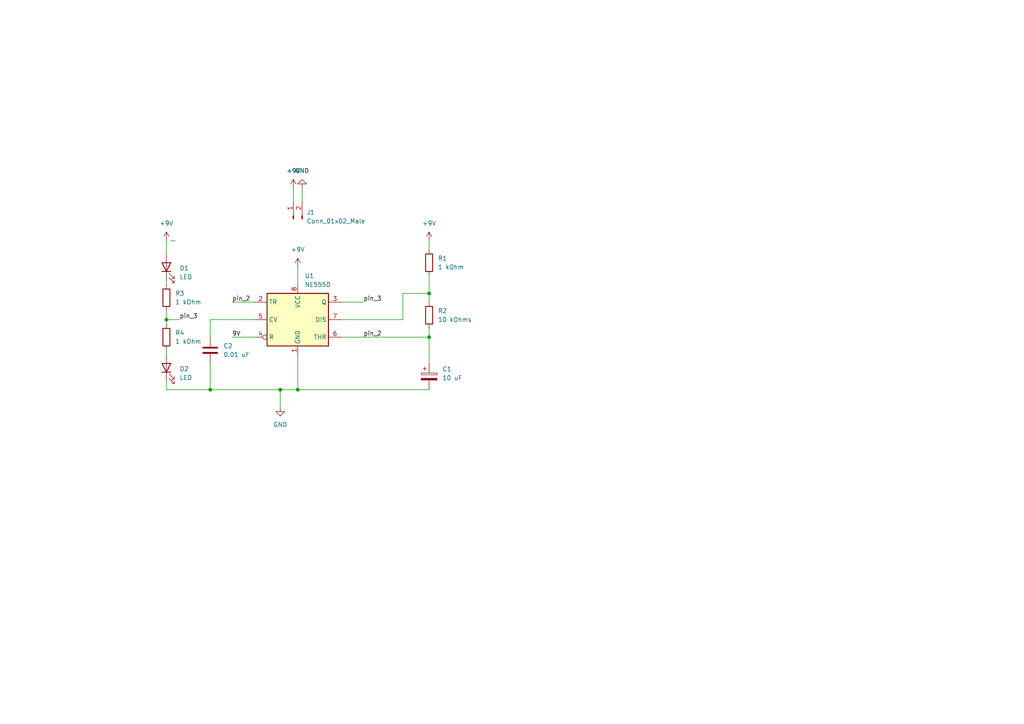
<source format=kicad_sch>
(kicad_sch (version 20211123) (generator eeschema)
  (paper "A4")
  (lib_symbols
    (symbol "Connector:Conn_01x02_Male" (pin_names (offset 1.016) hide)
      (property "Reference" "J" (at 0 2.54 0))
      (property "Value" "Conn_01x02_Male" (at 0 -5.08 0))
      (symbol "Conn_01x02_Male_1_1"
        (polyline (pts (xy 1.27 -2.54) (xy 0.8636 -2.54)) (stroke (width 0.1524)))
        (polyline (pts (xy 1.27 0) (xy 0.8636 0)) (stroke (width 0.1524)))
        (rectangle (start 0.8636 -2.413) (end 0 -2.667) (stroke (width 0.1524)) (fill (type outline)))
        (rectangle (start 0.8636 0.127) (end 0 -0.127) (stroke (width 0.1524)) (fill (type outline)))
        (pin passive line (at 5.08 0 180) (length 3.81) (name "Pin_1") (number "1"))
        (pin passive line (at 5.08 -2.54 180) (length 3.81) (name "Pin_2") (number "2"))
      )
    )
    (symbol "Device:C" (pin_numbers hide) (pin_names (offset 0.254))
      (property "Reference" "C" (at 0.635 2.54 0))
      (property "Value" "C" (at 0.635 -2.54 0))
      (symbol "C_0_1"
        (polyline (pts (xy -2.032 -0.762) (xy 2.032 -0.762)) (stroke (width 0.508)))
        (polyline (pts (xy -2.032 0.762) (xy 2.032 0.762)) (stroke (width 0.508)))
      )
      (symbol "C_1_1"
        (pin passive line (at 0 3.81 270) (length 2.794) (name "~") (number "1"))
        (pin passive line (at 0 -3.81 90) (length 2.794) (name "~") (number "2"))
      )
    )
    (symbol "Device:C_Polarized" (pin_numbers hide) (pin_names (offset 0.254))
      (property "Reference" "C" (at 0.635 2.54 0))
      (property "Value" "C_Polarized" (at 0.635 -2.54 0))
      (symbol "C_Polarized_0_1"
        (rectangle (start -2.286 0.508) (end 2.286 1.016))
        (polyline (pts (xy -1.778 2.286) (xy -0.762 2.286)))
        (polyline (pts (xy -1.27 2.794) (xy -1.27 1.778)))
        (rectangle (start 2.286 -0.508) (end -2.286 -1.016) (fill (type outline)))
      )
      (symbol "C_Polarized_1_1"
        (pin passive line (at 0 3.81 270) (length 2.794) (name "~") (number "1"))
        (pin passive line (at 0 -3.81 90) (length 2.794) (name "~") (number "2"))
      )
    )
    (symbol "Device:LED" (pin_numbers hide) (pin_names (offset 1.016) hide)
      (property "Reference" "D" (at 0 2.54 0))
      (property "Value" "LED" (at 0 -2.54 0))
      (symbol "LED_0_1"
        (polyline (pts (xy -1.27 -1.27) (xy -1.27 1.27)) (stroke (width 0.254)))
        (polyline (pts (xy -1.27 0) (xy 1.27 0)))
        (polyline (pts (xy 1.27 -1.27) (xy 1.27 1.27) (xy -1.27 0) (xy 1.27 -1.27)) (stroke (width 0.254)))
        (polyline (pts (xy -3.048 -0.762) (xy -4.572 -2.286) (xy -3.81 -2.286) (xy -4.572 -2.286) (xy -4.572 -1.524)))
        (polyline (pts (xy -1.778 -0.762) (xy -3.302 -2.286) (xy -2.54 -2.286) (xy -3.302 -2.286) (xy -3.302 -1.524)))
      )
      (symbol "LED_1_1"
        (pin passive line (at -3.81 0 0) (length 2.54) (name "K") (number "1"))
        (pin passive line (at 3.81 0 180) (length 2.54) (name "A") (number "2"))
      )
    )
    (symbol "Device:R" (pin_numbers hide) (pin_names (offset 0))
      (property "Reference" "R" (at 2.032 0 90))
      (property "Value" "R" (at 0 0 90))
      (symbol "R_0_1"
        (rectangle (start -1.016 -2.54) (end 1.016 2.54) (stroke (width 0.254)))
      )
      (symbol "R_1_1"
        (pin passive line (at 0 3.81 270) (length 1.27) (name "~") (number "1"))
        (pin passive line (at 0 -3.81 90) (length 1.27) (name "~") (number "2"))
      )
    )
    (symbol "Timer:NE555D"
      (property "Reference" "U" (at -10.16 8.89 0))
      (property "Value" "NE555D" (at 2.54 8.89 0))
      (symbol "NE555D_0_0"
        (pin power_in line (at 0 -10.16 90) (length 2.54) (name "GND") (number "1"))
        (pin power_in line (at 0 10.16 270) (length 2.54) (name "VCC") (number "8"))
      )
      (symbol "NE555D_0_1"
        (rectangle (start -8.89 -7.62) (end 8.89 7.62) (stroke (width 0.254)) (fill (type background)))
        (rectangle (start -8.89 -7.62) (end 8.89 7.62) (stroke (width 0.254)) (fill (type background)))
      )
      (symbol "NE555D_1_1"
        (pin input line (at -12.7 5.08 0) (length 3.81) (name "TR") (number "2"))
        (pin output line (at 12.7 5.08 180) (length 3.81) (name "Q") (number "3"))
        (pin input inverted (at -12.7 -5.08 0) (length 3.81) (name "R") (number "4"))
        (pin input line (at -12.7 0 0) (length 3.81) (name "CV") (number "5"))
        (pin input line (at 12.7 -5.08 180) (length 3.81) (name "THR") (number "6"))
        (pin input line (at 12.7 0 180) (length 3.81) (name "DIS") (number "7"))
      )
    )
    (symbol "power:+9V" (power) (pin_names (offset 0))
      (property "Value" "+9V" (at 0 3.556 0))
      (symbol "+9V_0_1"
        (polyline (pts (xy -0.762 1.27) (xy 0 2.54)))
        (polyline (pts (xy 0 0) (xy 0 2.54)))
        (polyline (pts (xy 0 2.54) (xy 0.762 1.27)))
      )
      (symbol "+9V_1_1"
        (pin power_in line (at 0 0 90) (length 0) hide (name "+9V") (number "1"))
      )
    )
    (symbol "power:GND" (power) (pin_names (offset 0))
      (property "Value" "GND" (at 0 -3.81 0))
      (symbol "GND_0_1"
        (polyline (pts (xy 0 0) (xy 0 -1.27) (xy 1.27 -1.27) (xy 0 -2.54) (xy -1.27 -1.27) (xy 0 -1.27)))
      )
      (symbol "GND_1_1"
        (pin power_in line (at 0 0 270) (length 0) hide (name "GND") (number "1"))
      )
    )
  )
  (junction (at 124.46 85.09))
  (junction (at 86.36 113.03))
  (junction (at 124.46 97.79))
  (junction (at 81.28 113.03))
  (junction (at 60.96 113.03))
  (junction (at 48.26 92.71))
  (wire (pts (xy 49.53 69.85) (xy 50.8 69.85)))
  (wire (pts (xy 48.26 92.71) (xy 48.26 93.98)))
  (wire (pts (xy 124.46 97.79) (xy 124.46 105.41)))
  (wire (pts (xy 86.36 113.03) (xy 124.46 113.03)))
  (wire (pts (xy 60.96 105.41) (xy 60.96 113.03)))
  (wire (pts (xy 86.36 102.87) (xy 86.36 113.03)))
  (wire (pts (xy 48.26 92.71) (xy 52.07 92.71)))
  (wire (pts (xy 116.84 92.71) (xy 116.84 85.09)))
  (wire (pts (xy 67.31 97.79) (xy 73.66 97.79)))
  (wire (pts (xy 48.26 113.03) (xy 60.96 113.03)))
  (wire (pts (xy 116.84 85.09) (xy 124.46 85.09)))
  (wire (pts (xy 67.31 87.63) (xy 73.66 87.63)))
  (wire (pts (xy 48.26 90.17) (xy 48.26 92.71)))
  (wire (pts (xy 85.09 54.61) (xy 85.09 58.42)))
  (wire (pts (xy 99.06 97.79) (xy 124.46 97.79)))
  (wire (pts (xy 81.28 113.03) (xy 86.36 113.03)))
  (wire (pts (xy 48.26 69.85) (xy 48.26 73.66)))
  (wire (pts (xy 48.26 110.49) (xy 48.26 113.03)))
  (wire (pts (xy 48.26 81.28) (xy 48.26 82.55)))
  (wire (pts (xy 60.96 113.03) (xy 81.28 113.03)))
  (wire (pts (xy 124.46 80.01) (xy 124.46 85.09)))
  (wire (pts (xy 99.06 92.71) (xy 116.84 92.71)))
  (wire (pts (xy 87.63 54.61) (xy 87.63 58.42)))
  (wire (pts (xy 81.28 113.03) (xy 81.28 118.11)))
  (wire (pts (xy 60.96 92.71) (xy 73.66 92.71)))
  (wire (pts (xy 60.96 97.79) (xy 60.96 92.71)))
  (wire (pts (xy 99.06 87.63) (xy 105.41 87.63)))
  (wire (pts (xy 48.26 101.6) (xy 48.26 102.87)))
  (wire (pts (xy 124.46 85.09) (xy 124.46 87.63)))
  (wire (pts (xy 124.46 95.25) (xy 124.46 97.79)))
  (wire (pts (xy 124.46 69.85) (xy 124.46 72.39)))
  (wire (pts (xy 86.36 77.47) (xy 86.36 82.55)))
  (label "pin_2" (at 67.31 87.63 0))
  (label "pin_2" (at 105.41 97.79 0))
  (label "9V" (at 67.31 97.79 0))
  (label "pin_3" (at 52.07 92.71 0))
  (label "pin_3" (at 105.41 87.63 0))
  (symbol (lib_id "Timer:NE555D") (at 86.36 92.71 0) (unit 1)
    (property "Reference" "U1" (at 88.3794 80.01 0) (effects (justify left)))
    (property "Value" "NE555D" (at 88.3794 82.55 0) (effects (justify left)))
    (property "Footprint" "Package_SO:SOIC-8_3.9x4.9mm_P1.27mm" (effects hide))
    (property "Datasheet" "http://www.ti.com/lit/ds/symlink/ne555.pdf" (effects hide))
  )
  (symbol (lib_id "power:+9V") (at 48.26 69.85 0) (unit 1)
    (property "Reference" "#PWR03" (effects hide))
    (property "Value" "+9V" (at 48.26 64.77 0))
  )
  (symbol (lib_id "power:+9V") (at 124.46 69.85 0) (unit 1)
    (property "Reference" "#PWR04" (effects hide))
    (property "Value" "+9V" (at 124.46 64.77 0))
  )
  (symbol (lib_id "power:+9V") (at 86.36 77.47 0) (unit 1)
    (property "Reference" "#PWR05" (effects hide))
    (property "Value" "+9V" (at 86.36 72.39 0))
  )
  (symbol (lib_id "Connector:Conn_01x02_Male") (at 85.09 63.5 90) (unit 1)
    (property "Reference" "J1" (at 88.9 61.5949 90) (effects (justify right)))
    (property "Value" "Conn_01x02_Male" (at 88.9 64.1349 90) (effects (justify right)))
  )
  (symbol (lib_id "Device:R") (at 124.46 91.44 0) (unit 1)
    (property "Reference" "R2" (at 127 90.1699 0) (effects (justify left)))
    (property "Value" "10 kOhms" (at 127 92.7099 0) (effects (justify left)))
  )
  (symbol (lib_id "power:GND") (at 81.28 118.11 0) (unit 1)
    (property "Reference" "#PWR06" (effects hide))
    (property "Value" "GND" (at 81.28 123.19 0))
  )
  (symbol (lib_id "Device:R") (at 124.46 76.2 0) (unit 1)
    (property "Reference" "R1" (at 127 74.9299 0) (effects (justify left)))
    (property "Value" "1 kOhm" (at 127 77.4699 0) (effects (justify left)))
  )
  (symbol (lib_id "Device:C_Polarized") (at 124.46 109.22 0) (unit 1)
    (property "Reference" "C1" (at 128.27 107.0609 0) (effects (justify left)))
    (property "Value" "10 uF" (at 128.27 109.6009 0) (effects (justify left)))
  )
  (symbol (lib_id "Device:R") (at 48.26 97.79 0) (unit 1)
    (property "Reference" "R4" (at 50.8 96.5199 0) (effects (justify left)))
    (property "Value" "1 kOhm" (at 50.8 99.0599 0) (effects (justify left)))
  )
  (symbol (lib_id "Device:LED") (at 48.26 106.68 90) (unit 1)
    (property "Reference" "D2" (at 52.07 106.9974 90) (effects (justify right)))
    (property "Value" "LED" (at 52.07 109.5374 90) (effects (justify right)))
  )
  (symbol (lib_id "Device:LED") (at 48.26 77.47 90) (unit 1)
    (property "Reference" "D1" (at 52.07 77.7874 90) (effects (justify right)))
    (property "Value" "LED" (at 52.07 80.3274 90) (effects (justify right)))
  )
  (symbol (lib_id "power:GND") (at 87.63 54.61 180) (unit 1)
    (property "Reference" "#PWR02" (effects hide))
    (property "Value" "GND" (at 87.63 49.53 0))
  )
  (symbol (lib_id "Device:R") (at 48.26 86.36 0) (unit 1)
    (property "Reference" "R3" (at 50.8 85.0899 0) (effects (justify left)))
    (property "Value" "1 kOhm" (at 50.8 87.6299 0) (effects (justify left)))
  )
  (symbol (lib_id "power:+9V") (at 85.09 54.61 0) (unit 1)
    (property "Reference" "#PWR01" (effects hide))
    (property "Value" "+9V" (at 85.09 49.53 0))
  )
  (symbol (lib_id "Device:C") (at 60.96 101.6 0) (unit 1)
    (property "Reference" "C2" (at 64.77 100.3299 0) (effects (justify left)))
    (property "Value" "0.01 uF" (at 64.77 102.8699 0) (effects (justify left)))
  )
)
</source>
